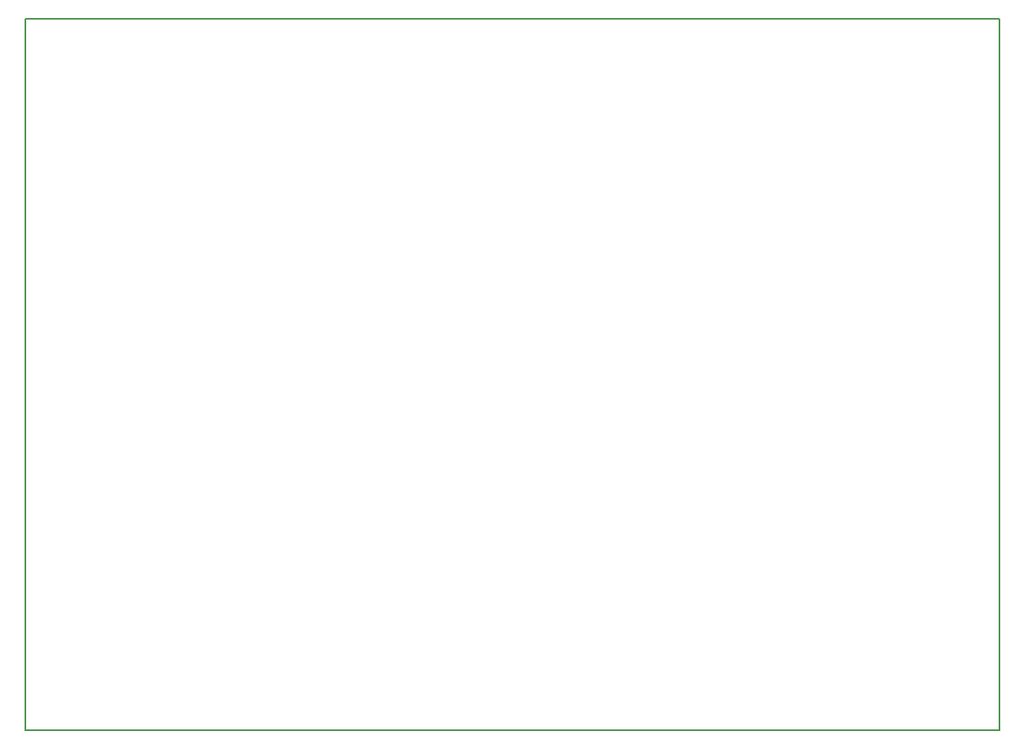
<source format=gm1>
%TF.GenerationSoftware,KiCad,Pcbnew,7.0.2*%
%TF.CreationDate,2023-09-06T16:15:59-07:00*%
%TF.ProjectId,Current Sense Standalone,43757272-656e-4742-9053-656e73652053,rev?*%
%TF.SameCoordinates,Original*%
%TF.FileFunction,Profile,NP*%
%FSLAX46Y46*%
G04 Gerber Fmt 4.6, Leading zero omitted, Abs format (unit mm)*
G04 Created by KiCad (PCBNEW 7.0.2) date 2023-09-06 16:15:59*
%MOMM*%
%LPD*%
G01*
G04 APERTURE LIST*
%TA.AperFunction,Profile*%
%ADD10C,0.200000*%
%TD*%
G04 APERTURE END LIST*
D10*
X84620000Y-58440000D02*
X185420000Y-58440000D01*
X185420000Y-132080000D01*
X84620000Y-132080000D01*
X84620000Y-58440000D01*
M02*

</source>
